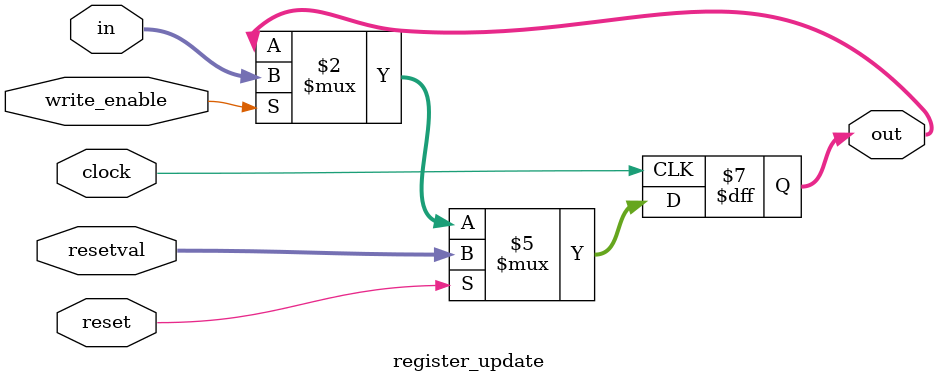
<source format=v>
module register_update(out, in, write_enable, reset, resetval, clock);
    parameter size = 64;
    output [size-1:0] out;
    reg [size-1:0] out;
    input [size-1:0] in;
    input write_enable;
    input reset;
    input [size-1:0] resetval;
    input clock;

    //positive egde of a clock.
    //The output may be updated to the either reset value or input if the clock is transitioned from 0 to 1 depending on the reset and enable.
    always @(posedge clock)
        begin
            if (reset)
                out <= resetval;  // Here Non-blocking assignment is used to avoid the blocking in the procedural flow.
            else if (write_enable)
                out <= in;
        end
endmodule
</source>
